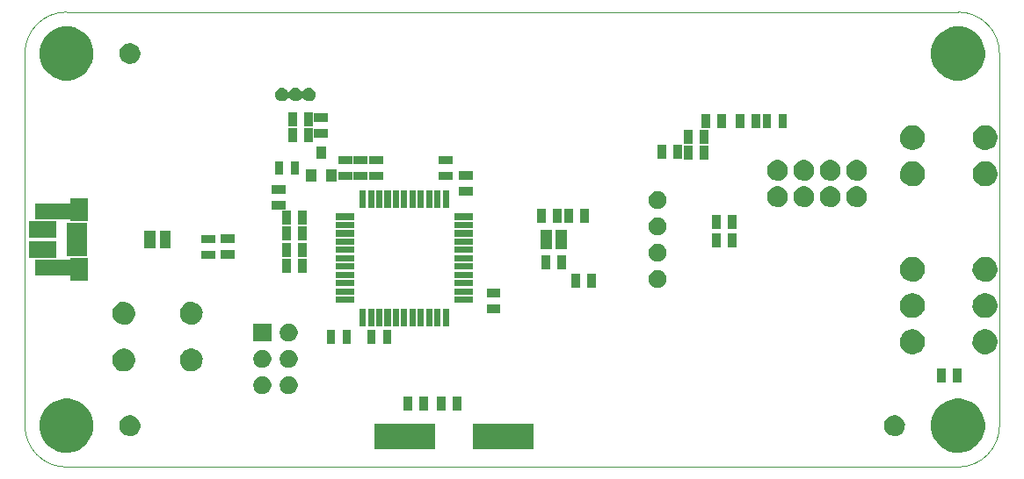
<source format=gts>
G04 #@! TF.FileFunction,Soldermask,Top*
%FSLAX46Y46*%
G04 Gerber Fmt 4.6, Leading zero omitted, Abs format (unit mm)*
G04 Created by KiCad (PCBNEW (2015-01-16 BZR 5376)-product) date 22/05/2015 17:40:37*
%MOMM*%
G01*
G04 APERTURE LIST*
%ADD10C,0.150000*%
%ADD11C,0.100000*%
G04 APERTURE END LIST*
D10*
D11*
X79767400Y39916100D02*
X-6110000Y39916100D01*
X83767900Y35915600D02*
G75*
G03X79767400Y39916100I-4000500J0D01*
G01*
X83767900Y0D02*
X83767900Y35915600D01*
X79767400Y-4000500D02*
G75*
G03X83767900Y0I0J4000500D01*
G01*
X-6110000Y-4000500D02*
X79767400Y-4000500D01*
X-10110500Y0D02*
G75*
G03X-6110000Y-4000500I4000500J0D01*
G01*
X-10110500Y35915600D02*
X-10110500Y0D01*
X-6110000Y39916100D02*
G75*
G03X-10110500Y35915600I0J-4000500D01*
G01*
D10*
G36*
X-7053962Y18105278D02*
X-9753962Y18105278D01*
X-9753962Y19730278D01*
X-7053962Y19730278D01*
X-7053962Y18105278D01*
X-7053962Y18105278D01*
G37*
G36*
X-7053962Y16180278D02*
X-9753962Y16180278D01*
X-9753962Y17805278D01*
X-7053962Y17805278D01*
X-7053962Y16180278D01*
X-7053962Y16180278D01*
G37*
G36*
X-4103962Y16355278D02*
X-6053962Y16355278D01*
X-6053962Y16955278D01*
X-6053962Y17005278D01*
X-6053962Y17605278D01*
X-6053962Y17655278D01*
X-6053962Y18255278D01*
X-6053962Y18305278D01*
X-6053962Y18905278D01*
X-6053962Y18955278D01*
X-6053962Y19555278D01*
X-4103962Y19555278D01*
X-4103962Y18955278D01*
X-4103962Y18905278D01*
X-4103962Y18305278D01*
X-4103962Y18255278D01*
X-4103962Y17655278D01*
X-4103962Y17605278D01*
X-4103962Y17005278D01*
X-4103962Y16955278D01*
X-4103962Y16355278D01*
X-4103962Y16355278D01*
G37*
G36*
X-4043962Y19755278D02*
X-5703962Y19755278D01*
X-5703962Y19880278D01*
X-5707903Y19899735D01*
X-5719106Y19916125D01*
X-5735803Y19926864D01*
X-5753962Y19930278D01*
X-9103962Y19930278D01*
X-9103962Y21430278D01*
X-5753962Y21430278D01*
X-5734505Y21434219D01*
X-5718115Y21445422D01*
X-5707376Y21462119D01*
X-5703962Y21480278D01*
X-5703962Y21955278D01*
X-4043962Y21955278D01*
X-4043962Y19755278D01*
X-4043962Y19755278D01*
G37*
G36*
X-4043962Y13955278D02*
X-5703962Y13955278D01*
X-5703962Y14430278D01*
X-5707903Y14449735D01*
X-5719106Y14466125D01*
X-5735803Y14476864D01*
X-5753962Y14480278D01*
X-9103962Y14480278D01*
X-9103962Y15980278D01*
X-5753962Y15980278D01*
X-5734505Y15984219D01*
X-5718115Y15995422D01*
X-5707376Y16012119D01*
X-5703962Y16030278D01*
X-5703962Y16155278D01*
X-4043962Y16155278D01*
X-4043962Y13955278D01*
X-4043962Y13955278D01*
G37*
G36*
X-3509889Y36170543D02*
X-3518021Y35588157D01*
X-3518097Y35587824D01*
X-3518097Y35587811D01*
X-3630982Y35090943D01*
X-3838373Y34625137D01*
X-4132287Y34208486D01*
X-4501537Y33856855D01*
X-4932044Y33583647D01*
X-5407425Y33399258D01*
X-5909563Y33310718D01*
X-6419338Y33321396D01*
X-6917336Y33430888D01*
X-7384573Y33635019D01*
X-7803266Y33926018D01*
X-8157465Y34292802D01*
X-8433672Y34721392D01*
X-8621375Y35195473D01*
X-8713420Y35696988D01*
X-8706300Y36206823D01*
X-8600290Y36705564D01*
X-8399423Y37174221D01*
X-8111354Y37594935D01*
X-7747052Y37951686D01*
X-7320399Y38230880D01*
X-6847640Y38421887D01*
X-6346788Y38517430D01*
X-5836911Y38513870D01*
X-5337437Y38411342D01*
X-4867394Y38213755D01*
X-4444678Y37928630D01*
X-4085393Y37566827D01*
X-3803226Y37142132D01*
X-3608925Y36670721D01*
X-3509955Y36170887D01*
X-3509956Y36170878D01*
X-3509889Y36170543D01*
X-3509889Y36170543D01*
G37*
G36*
X-3509889Y254943D02*
X-3518021Y-327443D01*
X-3518097Y-327776D01*
X-3518097Y-327789D01*
X-3630982Y-824657D01*
X-3838373Y-1290463D01*
X-4132287Y-1707114D01*
X-4501537Y-2058745D01*
X-4932044Y-2331953D01*
X-5407425Y-2516342D01*
X-5909563Y-2604882D01*
X-6419338Y-2594204D01*
X-6917336Y-2484712D01*
X-7384573Y-2280581D01*
X-7803266Y-1989582D01*
X-8157465Y-1622798D01*
X-8433672Y-1194208D01*
X-8621375Y-720127D01*
X-8713420Y-218612D01*
X-8706300Y291223D01*
X-8600290Y789964D01*
X-8399423Y1258621D01*
X-8111354Y1679335D01*
X-7747052Y2036086D01*
X-7320399Y2315280D01*
X-6847640Y2506287D01*
X-6346788Y2601830D01*
X-5836911Y2598270D01*
X-5337437Y2495742D01*
X-4867394Y2298155D01*
X-4444678Y2013030D01*
X-4085393Y1651227D01*
X-3803226Y1226532D01*
X-3608925Y755121D01*
X-3509955Y255287D01*
X-3509956Y255278D01*
X-3509889Y254943D01*
X-3509889Y254943D01*
G37*
G36*
X506773Y10956859D02*
X503332Y10710464D01*
X503256Y10710131D01*
X503256Y10710118D01*
X455543Y10500105D01*
X367800Y10303033D01*
X243452Y10126758D01*
X87228Y9977988D01*
X-94907Y9862402D01*
X-296031Y9784390D01*
X-508472Y9746932D01*
X-724146Y9751449D01*
X-934840Y9797773D01*
X-1132518Y9884137D01*
X-1309656Y10007251D01*
X-1459511Y10162431D01*
X-1576367Y10343754D01*
X-1655779Y10544327D01*
X-1694722Y10756510D01*
X-1691709Y10972209D01*
X-1646860Y11183212D01*
X-1561876Y11381492D01*
X-1440001Y11559486D01*
X-1285873Y11710421D01*
X-1105366Y11828541D01*
X-905353Y11909352D01*
X-693456Y11949773D01*
X-477737Y11948267D01*
X-266419Y11904889D01*
X-67557Y11821295D01*
X111285Y11700665D01*
X263294Y11547591D01*
X382668Y11367917D01*
X464874Y11168474D01*
X506707Y10957202D01*
X506706Y10957193D01*
X506773Y10956859D01*
X506773Y10956859D01*
G37*
G36*
X506773Y6456859D02*
X503332Y6210464D01*
X503256Y6210131D01*
X503256Y6210118D01*
X455543Y6000105D01*
X367800Y5803033D01*
X243452Y5626758D01*
X87228Y5477988D01*
X-94907Y5362402D01*
X-296031Y5284390D01*
X-508472Y5246932D01*
X-724146Y5251449D01*
X-934840Y5297773D01*
X-1132518Y5384137D01*
X-1309656Y5507251D01*
X-1459511Y5662431D01*
X-1576367Y5843754D01*
X-1655779Y6044327D01*
X-1694722Y6256510D01*
X-1691709Y6472209D01*
X-1646860Y6683212D01*
X-1561876Y6881492D01*
X-1440001Y7059486D01*
X-1285873Y7210421D01*
X-1105366Y7328541D01*
X-905353Y7409352D01*
X-693456Y7449773D01*
X-477737Y7448267D01*
X-266419Y7404889D01*
X-67557Y7321295D01*
X111285Y7200665D01*
X263294Y7047591D01*
X382668Y6867917D01*
X464874Y6668474D01*
X506707Y6457202D01*
X506706Y6457193D01*
X506773Y6456859D01*
X506773Y6456859D01*
G37*
G36*
X1000043Y36013655D02*
X996916Y35789660D01*
X996839Y35789322D01*
X996839Y35789314D01*
X953471Y35598425D01*
X873705Y35419267D01*
X760661Y35259017D01*
X618639Y35123772D01*
X453061Y35018694D01*
X270221Y34947773D01*
X77093Y34913721D01*
X-118975Y34917827D01*
X-310515Y34959940D01*
X-490221Y35038453D01*
X-651258Y35150375D01*
X-787489Y35291447D01*
X-893721Y35456287D01*
X-965915Y35638626D01*
X-1001318Y35831520D01*
X-998579Y36027610D01*
X-957806Y36219432D01*
X-880549Y36399686D01*
X-769753Y36561499D01*
X-629636Y36698713D01*
X-465539Y36806095D01*
X-283708Y36879559D01*
X-91075Y36916306D01*
X105034Y36914936D01*
X297141Y36875502D01*
X477925Y36799507D01*
X640509Y36689844D01*
X778697Y36550687D01*
X887223Y36387344D01*
X961954Y36206033D01*
X999978Y36013999D01*
X999977Y36013985D01*
X1000043Y36013655D01*
X1000043Y36013655D01*
G37*
G36*
X1000043Y98055D02*
X996916Y-125940D01*
X996839Y-126278D01*
X996839Y-126286D01*
X953471Y-317175D01*
X873705Y-496333D01*
X760661Y-656583D01*
X618639Y-791828D01*
X453061Y-896906D01*
X270221Y-967827D01*
X77093Y-1001879D01*
X-118975Y-997773D01*
X-310515Y-955660D01*
X-490221Y-877147D01*
X-651258Y-765225D01*
X-787489Y-624153D01*
X-893721Y-459313D01*
X-965915Y-276974D01*
X-1001318Y-84080D01*
X-998579Y112010D01*
X-957806Y303832D01*
X-880549Y484086D01*
X-769753Y645899D01*
X-629636Y783113D01*
X-465539Y890495D01*
X-283708Y963959D01*
X-91075Y1000706D01*
X105034Y999336D01*
X297141Y959902D01*
X477925Y883907D01*
X640509Y774244D01*
X778697Y635087D01*
X887223Y471744D01*
X961954Y290433D01*
X999978Y98399D01*
X999977Y98385D01*
X1000043Y98055D01*
X1000043Y98055D01*
G37*
G36*
X2456726Y17107628D02*
X1406726Y17107628D01*
X1406726Y17957628D01*
X1406726Y18807628D01*
X2456726Y18807628D01*
X2456726Y17957628D01*
X2456726Y17107628D01*
X2456726Y17107628D01*
G37*
G36*
X3906726Y17107628D02*
X2856726Y17107628D01*
X2856726Y17957628D01*
X2856726Y18807628D01*
X3906726Y18807628D01*
X3906726Y17957628D01*
X3906726Y17107628D01*
X3906726Y17107628D01*
G37*
G36*
X7006773Y10956859D02*
X7003332Y10710464D01*
X7003256Y10710131D01*
X7003256Y10710118D01*
X6955543Y10500105D01*
X6867800Y10303033D01*
X6743452Y10126758D01*
X6587228Y9977988D01*
X6405093Y9862402D01*
X6203969Y9784390D01*
X5991528Y9746932D01*
X5775854Y9751449D01*
X5565160Y9797773D01*
X5367482Y9884137D01*
X5190344Y10007251D01*
X5040489Y10162431D01*
X4923633Y10343754D01*
X4844221Y10544327D01*
X4805278Y10756510D01*
X4808291Y10972209D01*
X4853140Y11183212D01*
X4938124Y11381492D01*
X5059999Y11559486D01*
X5214127Y11710421D01*
X5394634Y11828541D01*
X5594647Y11909352D01*
X5806544Y11949773D01*
X6022263Y11948267D01*
X6233581Y11904889D01*
X6432443Y11821295D01*
X6611285Y11700665D01*
X6763294Y11547591D01*
X6882668Y11367917D01*
X6964874Y11168474D01*
X7006707Y10957202D01*
X7006706Y10957193D01*
X7006773Y10956859D01*
X7006773Y10956859D01*
G37*
G36*
X7006773Y6456859D02*
X7003332Y6210464D01*
X7003256Y6210131D01*
X7003256Y6210118D01*
X6955543Y6000105D01*
X6867800Y5803033D01*
X6743452Y5626758D01*
X6587228Y5477988D01*
X6405093Y5362402D01*
X6203969Y5284390D01*
X5991528Y5246932D01*
X5775854Y5251449D01*
X5565160Y5297773D01*
X5367482Y5384137D01*
X5190344Y5507251D01*
X5040489Y5662431D01*
X4923633Y5843754D01*
X4844221Y6044327D01*
X4805278Y6256510D01*
X4808291Y6472209D01*
X4853140Y6683212D01*
X4938124Y6881492D01*
X5059999Y7059486D01*
X5214127Y7210421D01*
X5394634Y7328541D01*
X5594647Y7409352D01*
X5806544Y7449773D01*
X6022263Y7448267D01*
X6233581Y7404889D01*
X6432443Y7321295D01*
X6611285Y7200665D01*
X6763294Y7047591D01*
X6882668Y6867917D01*
X6964874Y6668474D01*
X7006707Y6457202D01*
X7006706Y6457193D01*
X7006773Y6456859D01*
X7006773Y6456859D01*
G37*
G36*
X8262938Y17589658D02*
X6919938Y17589658D01*
X6919938Y18424658D01*
X8262938Y18424658D01*
X8262938Y17589658D01*
X8262938Y17589658D01*
G37*
G36*
X8262938Y16065658D02*
X6919938Y16065658D01*
X6919938Y16900658D01*
X8262938Y16900658D01*
X8262938Y16065658D01*
X8262938Y16065658D01*
G37*
G36*
X10094278Y17625218D02*
X8751278Y17625218D01*
X8751278Y18460218D01*
X10094278Y18460218D01*
X10094278Y17625218D01*
X10094278Y17625218D01*
G37*
G36*
X10094278Y16101218D02*
X8751278Y16101218D01*
X8751278Y16936218D01*
X10094278Y16936218D01*
X10094278Y16101218D01*
X10094278Y16101218D01*
G37*
G36*
X13620718Y8135818D02*
X11896718Y8135818D01*
X11896718Y9859818D01*
X13620718Y9859818D01*
X13620718Y8135818D01*
X13620718Y8135818D01*
G37*
G36*
X13620755Y6542341D02*
X13618059Y6349258D01*
X13617983Y6348925D01*
X13617983Y6348913D01*
X13580609Y6184412D01*
X13511851Y6029979D01*
X13414408Y5891844D01*
X13291984Y5775262D01*
X13149257Y5684684D01*
X12991649Y5623551D01*
X12825172Y5594198D01*
X12656162Y5597737D01*
X12491054Y5634039D01*
X12336149Y5701715D01*
X12197331Y5798196D01*
X12079902Y5919798D01*
X11988330Y6061890D01*
X11926099Y6219066D01*
X11895582Y6385342D01*
X11897943Y6554371D01*
X11933089Y6719721D01*
X11999685Y6875100D01*
X12095191Y7014583D01*
X12215972Y7132861D01*
X12357423Y7225424D01*
X12514162Y7288751D01*
X12680211Y7320426D01*
X12849257Y7319246D01*
X13014854Y7285254D01*
X13170689Y7219746D01*
X13310837Y7125216D01*
X13429955Y7005263D01*
X13523506Y6864459D01*
X13587921Y6708173D01*
X13620689Y6542685D01*
X13620688Y6542676D01*
X13620755Y6542341D01*
X13620755Y6542341D01*
G37*
G36*
X13620755Y4002341D02*
X13618059Y3809258D01*
X13617983Y3808925D01*
X13617983Y3808913D01*
X13580609Y3644412D01*
X13511851Y3489979D01*
X13414408Y3351844D01*
X13291984Y3235262D01*
X13149257Y3144684D01*
X12991649Y3083551D01*
X12825172Y3054198D01*
X12656162Y3057737D01*
X12491054Y3094039D01*
X12336149Y3161715D01*
X12197331Y3258196D01*
X12079902Y3379798D01*
X11988330Y3521890D01*
X11926099Y3679066D01*
X11895582Y3845342D01*
X11897943Y4014371D01*
X11933089Y4179721D01*
X11999685Y4335100D01*
X12095191Y4474583D01*
X12215972Y4592861D01*
X12357423Y4685424D01*
X12514162Y4748751D01*
X12680211Y4780426D01*
X12849257Y4779246D01*
X13014854Y4745254D01*
X13170689Y4679746D01*
X13310837Y4585216D01*
X13429955Y4465263D01*
X13523506Y4324459D01*
X13587921Y4168173D01*
X13620689Y4002685D01*
X13620688Y4002676D01*
X13620755Y4002341D01*
X13620755Y4002341D01*
G37*
G36*
X14784218Y24186318D02*
X13949218Y24186318D01*
X13949218Y25529318D01*
X14784218Y25529318D01*
X14784218Y24186318D01*
X14784218Y24186318D01*
G37*
G36*
X15000218Y22402318D02*
X13657218Y22402318D01*
X13657218Y23237318D01*
X15000218Y23237318D01*
X15000218Y22402318D01*
X15000218Y22402318D01*
G37*
G36*
X15000218Y20878318D02*
X13657218Y20878318D01*
X13657218Y21713318D01*
X15000218Y21713318D01*
X15000218Y20878318D01*
X15000218Y20878318D01*
G37*
G36*
X15484218Y19386318D02*
X14649218Y19386318D01*
X14649218Y20729318D01*
X15484218Y20729318D01*
X15484218Y19386318D01*
X15484218Y19386318D01*
G37*
G36*
X15484218Y17886318D02*
X14649218Y17886318D01*
X14649218Y19229318D01*
X15484218Y19229318D01*
X15484218Y17886318D01*
X15484218Y17886318D01*
G37*
G36*
X15484218Y16286318D02*
X14649218Y16286318D01*
X14649218Y17629318D01*
X15484218Y17629318D01*
X15484218Y16286318D01*
X15484218Y16286318D01*
G37*
G36*
X15484218Y14786318D02*
X14649218Y14786318D01*
X14649218Y16129318D01*
X15484218Y16129318D01*
X15484218Y14786318D01*
X15484218Y14786318D01*
G37*
G36*
X16084218Y28886318D02*
X15249218Y28886318D01*
X15249218Y30229318D01*
X16084218Y30229318D01*
X16084218Y28886318D01*
X16084218Y28886318D01*
G37*
G36*
X16084218Y27386318D02*
X15249218Y27386318D01*
X15249218Y28729318D01*
X16084218Y28729318D01*
X16084218Y27386318D01*
X16084218Y27386318D01*
G37*
G36*
X16160755Y9082341D02*
X16158059Y8889258D01*
X16157983Y8888925D01*
X16157983Y8888913D01*
X16120609Y8724412D01*
X16051851Y8569979D01*
X15954408Y8431844D01*
X15831984Y8315262D01*
X15689257Y8224684D01*
X15531649Y8163551D01*
X15365172Y8134198D01*
X15196162Y8137737D01*
X15031054Y8174039D01*
X14876149Y8241715D01*
X14737331Y8338196D01*
X14619902Y8459798D01*
X14528330Y8601890D01*
X14466099Y8759066D01*
X14435582Y8925342D01*
X14437943Y9094371D01*
X14473089Y9259721D01*
X14539685Y9415100D01*
X14635191Y9554583D01*
X14755972Y9672861D01*
X14897423Y9765424D01*
X15054162Y9828751D01*
X15220211Y9860426D01*
X15389257Y9859246D01*
X15554854Y9825254D01*
X15710689Y9759746D01*
X15850837Y9665216D01*
X15969955Y9545263D01*
X16063506Y9404459D01*
X16127921Y9248173D01*
X16160689Y9082685D01*
X16160688Y9082676D01*
X16160755Y9082341D01*
X16160755Y9082341D01*
G37*
G36*
X16160755Y6542341D02*
X16158059Y6349258D01*
X16157983Y6348925D01*
X16157983Y6348913D01*
X16120609Y6184412D01*
X16051851Y6029979D01*
X15954408Y5891844D01*
X15831984Y5775262D01*
X15689257Y5684684D01*
X15531649Y5623551D01*
X15365172Y5594198D01*
X15196162Y5597737D01*
X15031054Y5634039D01*
X14876149Y5701715D01*
X14737331Y5798196D01*
X14619902Y5919798D01*
X14528330Y6061890D01*
X14466099Y6219066D01*
X14435582Y6385342D01*
X14437943Y6554371D01*
X14473089Y6719721D01*
X14539685Y6875100D01*
X14635191Y7014583D01*
X14755972Y7132861D01*
X14897423Y7225424D01*
X15054162Y7288751D01*
X15220211Y7320426D01*
X15389257Y7319246D01*
X15554854Y7285254D01*
X15710689Y7219746D01*
X15850837Y7125216D01*
X15969955Y7005263D01*
X16063506Y6864459D01*
X16127921Y6708173D01*
X16160689Y6542685D01*
X16160688Y6542676D01*
X16160755Y6542341D01*
X16160755Y6542341D01*
G37*
G36*
X16160755Y4002341D02*
X16158059Y3809258D01*
X16157983Y3808925D01*
X16157983Y3808913D01*
X16120609Y3644412D01*
X16051851Y3489979D01*
X15954408Y3351844D01*
X15831984Y3235262D01*
X15689257Y3144684D01*
X15531649Y3083551D01*
X15365172Y3054198D01*
X15196162Y3057737D01*
X15031054Y3094039D01*
X14876149Y3161715D01*
X14737331Y3258196D01*
X14619902Y3379798D01*
X14528330Y3521890D01*
X14466099Y3679066D01*
X14435582Y3845342D01*
X14437943Y4014371D01*
X14473089Y4179721D01*
X14539685Y4335100D01*
X14635191Y4474583D01*
X14755972Y4592861D01*
X14897423Y4685424D01*
X15054162Y4748751D01*
X15220211Y4780426D01*
X15389257Y4779246D01*
X15554854Y4745254D01*
X15710689Y4679746D01*
X15850837Y4585216D01*
X15969955Y4465263D01*
X16063506Y4324459D01*
X16127921Y4168173D01*
X16160689Y4002685D01*
X16160688Y4002676D01*
X16160755Y4002341D01*
X16160755Y4002341D01*
G37*
G36*
X16308218Y24186318D02*
X15473218Y24186318D01*
X15473218Y25529318D01*
X16308218Y25529318D01*
X16308218Y24186318D01*
X16308218Y24186318D01*
G37*
G36*
X17008218Y19386318D02*
X16173218Y19386318D01*
X16173218Y20729318D01*
X17008218Y20729318D01*
X17008218Y19386318D01*
X17008218Y19386318D01*
G37*
G36*
X17008218Y17886318D02*
X16173218Y17886318D01*
X16173218Y19229318D01*
X17008218Y19229318D01*
X17008218Y17886318D01*
X17008218Y17886318D01*
G37*
G36*
X17008218Y16286318D02*
X16173218Y16286318D01*
X16173218Y17629318D01*
X17008218Y17629318D01*
X17008218Y16286318D01*
X17008218Y16286318D01*
G37*
G36*
X17008218Y14786318D02*
X16173218Y14786318D01*
X16173218Y16129318D01*
X17008218Y16129318D01*
X17008218Y14786318D01*
X17008218Y14786318D01*
G37*
G36*
X17608218Y28886318D02*
X16773218Y28886318D01*
X16773218Y30229318D01*
X17608218Y30229318D01*
X17608218Y28886318D01*
X17608218Y28886318D01*
G37*
G36*
X17608218Y27386318D02*
X16773218Y27386318D01*
X16773218Y28729318D01*
X17608218Y28729318D01*
X17608218Y27386318D01*
X17608218Y27386318D01*
G37*
G36*
X17878746Y32021554D02*
X17876713Y31875957D01*
X17876637Y31875624D01*
X17876637Y31875612D01*
X17848474Y31751654D01*
X17796626Y31635202D01*
X17723148Y31531039D01*
X17630835Y31443131D01*
X17523204Y31374827D01*
X17404362Y31328730D01*
X17278829Y31306596D01*
X17151385Y31309265D01*
X17026882Y31336639D01*
X16910073Y31387672D01*
X16805401Y31460421D01*
X16716849Y31552119D01*
X16647799Y31659263D01*
X16625472Y31715655D01*
X16614645Y31732295D01*
X16598195Y31743411D01*
X16578717Y31747248D01*
X16559281Y31743204D01*
X16542951Y31731914D01*
X16533306Y31717586D01*
X16496626Y31635202D01*
X16423148Y31531039D01*
X16330835Y31443131D01*
X16223204Y31374827D01*
X16104362Y31328730D01*
X15978829Y31306596D01*
X15851385Y31309265D01*
X15726882Y31336639D01*
X15610073Y31387672D01*
X15505401Y31460421D01*
X15416849Y31552119D01*
X15347799Y31659263D01*
X15325472Y31715655D01*
X15314645Y31732295D01*
X15298195Y31743411D01*
X15278717Y31747248D01*
X15259281Y31743204D01*
X15242951Y31731914D01*
X15233306Y31717586D01*
X15196626Y31635202D01*
X15123148Y31531039D01*
X15030835Y31443131D01*
X14923204Y31374827D01*
X14804362Y31328730D01*
X14678829Y31306596D01*
X14551385Y31309265D01*
X14426882Y31336639D01*
X14310073Y31387672D01*
X14205401Y31460421D01*
X14116849Y31552119D01*
X14047799Y31659263D01*
X14000873Y31777784D01*
X13977861Y31903167D01*
X13979642Y32030626D01*
X14006143Y32155307D01*
X14056361Y32272474D01*
X14128378Y32377652D01*
X14219455Y32466842D01*
X14326118Y32536640D01*
X14444308Y32584392D01*
X14569518Y32608277D01*
X14696990Y32607387D01*
X14821860Y32581755D01*
X14939369Y32532358D01*
X15045049Y32461077D01*
X15134872Y32370624D01*
X15205414Y32264451D01*
X15232400Y32198977D01*
X15243458Y32182490D01*
X15260061Y32171606D01*
X15279591Y32168040D01*
X15298969Y32172356D01*
X15315140Y32183872D01*
X15324584Y32198334D01*
X15356361Y32272474D01*
X15428378Y32377652D01*
X15519455Y32466842D01*
X15626118Y32536640D01*
X15744308Y32584392D01*
X15869518Y32608277D01*
X15996990Y32607387D01*
X16121860Y32581755D01*
X16239369Y32532358D01*
X16345049Y32461077D01*
X16434872Y32370624D01*
X16505414Y32264451D01*
X16532400Y32198977D01*
X16543458Y32182490D01*
X16560061Y32171606D01*
X16579591Y32168040D01*
X16598969Y32172356D01*
X16615140Y32183872D01*
X16624584Y32198334D01*
X16656361Y32272474D01*
X16728378Y32377652D01*
X16819455Y32466842D01*
X16926118Y32536640D01*
X17044308Y32584392D01*
X17169518Y32608277D01*
X17296990Y32607387D01*
X17421860Y32581755D01*
X17539369Y32532358D01*
X17645049Y32461077D01*
X17734872Y32370624D01*
X17805415Y32264449D01*
X17853987Y32146602D01*
X17878680Y32021898D01*
X17878679Y32021889D01*
X17878746Y32021554D01*
X17878746Y32021554D01*
G37*
G36*
X17976268Y23557618D02*
X16976168Y23557618D01*
X16976168Y24758378D01*
X17976268Y24758378D01*
X17976268Y23557618D01*
X17976268Y23557618D01*
G37*
G36*
X18928768Y25757258D02*
X17928668Y25757258D01*
X17928668Y26958018D01*
X18928768Y26958018D01*
X18928768Y25757258D01*
X18928768Y25757258D01*
G37*
G36*
X19100218Y29302318D02*
X17757218Y29302318D01*
X17757218Y30137318D01*
X19100218Y30137318D01*
X19100218Y29302318D01*
X19100218Y29302318D01*
G37*
G36*
X19100218Y27778318D02*
X17757218Y27778318D01*
X17757218Y28613318D01*
X19100218Y28613318D01*
X19100218Y27778318D01*
X19100218Y27778318D01*
G37*
G36*
X19784218Y7886318D02*
X18949218Y7886318D01*
X18949218Y9229318D01*
X19784218Y9229318D01*
X19784218Y7886318D01*
X19784218Y7886318D01*
G37*
G36*
X19881268Y23557618D02*
X18881168Y23557618D01*
X18881168Y24758378D01*
X19881268Y24758378D01*
X19881268Y23557618D01*
X19881268Y23557618D01*
G37*
G36*
X21308218Y7886318D02*
X20473218Y7886318D01*
X20473218Y9229318D01*
X21308218Y9229318D01*
X21308218Y7886318D01*
X21308218Y7886318D01*
G37*
G36*
X21400218Y25202318D02*
X20057218Y25202318D01*
X20057218Y26037318D01*
X21400218Y26037318D01*
X21400218Y25202318D01*
X21400218Y25202318D01*
G37*
G36*
X21400218Y23678318D02*
X20057218Y23678318D01*
X20057218Y24513318D01*
X21400218Y24513318D01*
X21400218Y23678318D01*
X21400218Y23678318D01*
G37*
G36*
X21575718Y19855118D02*
X19851718Y19855118D01*
X19851718Y20461518D01*
X21575718Y20461518D01*
X21575718Y19855118D01*
X21575718Y19855118D01*
G37*
G36*
X21575718Y19055018D02*
X19851718Y19055018D01*
X19851718Y19661418D01*
X21575718Y19661418D01*
X21575718Y19055018D01*
X21575718Y19055018D01*
G37*
G36*
X21575718Y18254918D02*
X19851718Y18254918D01*
X19851718Y18861318D01*
X21575718Y18861318D01*
X21575718Y18254918D01*
X21575718Y18254918D01*
G37*
G36*
X21575718Y17454818D02*
X19851718Y17454818D01*
X19851718Y18061218D01*
X21575718Y18061218D01*
X21575718Y17454818D01*
X21575718Y17454818D01*
G37*
G36*
X21575718Y16654718D02*
X19851718Y16654718D01*
X19851718Y17261118D01*
X21575718Y17261118D01*
X21575718Y16654718D01*
X21575718Y16654718D01*
G37*
G36*
X21575718Y15854618D02*
X19851718Y15854618D01*
X19851718Y16461018D01*
X21575718Y16461018D01*
X21575718Y15854618D01*
X21575718Y15854618D01*
G37*
G36*
X21575718Y15054518D02*
X19851718Y15054518D01*
X19851718Y15660918D01*
X21575718Y15660918D01*
X21575718Y15054518D01*
X21575718Y15054518D01*
G37*
G36*
X21575718Y14254418D02*
X19851718Y14254418D01*
X19851718Y14860818D01*
X21575718Y14860818D01*
X21575718Y14254418D01*
X21575718Y14254418D01*
G37*
G36*
X21575718Y13454318D02*
X19851718Y13454318D01*
X19851718Y14060718D01*
X21575718Y14060718D01*
X21575718Y13454318D01*
X21575718Y13454318D01*
G37*
G36*
X21575718Y12654218D02*
X19851718Y12654218D01*
X19851718Y13260618D01*
X21575718Y13260618D01*
X21575718Y12654218D01*
X21575718Y12654218D01*
G37*
G36*
X21575718Y11854118D02*
X19851718Y11854118D01*
X19851718Y12460518D01*
X21575718Y12460518D01*
X21575718Y11854118D01*
X21575718Y11854118D01*
G37*
G36*
X22731418Y21010818D02*
X22125018Y21010818D01*
X22125018Y22734818D01*
X22731418Y22734818D01*
X22731418Y21010818D01*
X22731418Y21010818D01*
G37*
G36*
X22731418Y9580818D02*
X22125018Y9580818D01*
X22125018Y11304818D01*
X22731418Y11304818D01*
X22731418Y9580818D01*
X22731418Y9580818D01*
G37*
G36*
X22900218Y25202318D02*
X21557218Y25202318D01*
X21557218Y26037318D01*
X22900218Y26037318D01*
X22900218Y25202318D01*
X22900218Y25202318D01*
G37*
G36*
X22900218Y23678318D02*
X21557218Y23678318D01*
X21557218Y24513318D01*
X22900218Y24513318D01*
X22900218Y23678318D01*
X22900218Y23678318D01*
G37*
G36*
X23531518Y21010818D02*
X22925118Y21010818D01*
X22925118Y22734818D01*
X23531518Y22734818D01*
X23531518Y21010818D01*
X23531518Y21010818D01*
G37*
G36*
X23531518Y9580818D02*
X22925118Y9580818D01*
X22925118Y11304818D01*
X23531518Y11304818D01*
X23531518Y9580818D01*
X23531518Y9580818D01*
G37*
G36*
X23684218Y7886318D02*
X22849218Y7886318D01*
X22849218Y9229318D01*
X23684218Y9229318D01*
X23684218Y7886318D01*
X23684218Y7886318D01*
G37*
G36*
X24331618Y21010818D02*
X23725218Y21010818D01*
X23725218Y22734818D01*
X24331618Y22734818D01*
X24331618Y21010818D01*
X24331618Y21010818D01*
G37*
G36*
X24331618Y9580818D02*
X23725218Y9580818D01*
X23725218Y11304818D01*
X24331618Y11304818D01*
X24331618Y9580818D01*
X24331618Y9580818D01*
G37*
G36*
X24400218Y25202318D02*
X23057218Y25202318D01*
X23057218Y26037318D01*
X24400218Y26037318D01*
X24400218Y25202318D01*
X24400218Y25202318D01*
G37*
G36*
X24400218Y23678318D02*
X23057218Y23678318D01*
X23057218Y24513318D01*
X24400218Y24513318D01*
X24400218Y23678318D01*
X24400218Y23678318D01*
G37*
G36*
X25131718Y21010818D02*
X24525318Y21010818D01*
X24525318Y22734818D01*
X25131718Y22734818D01*
X25131718Y21010818D01*
X25131718Y21010818D01*
G37*
G36*
X25131718Y9580818D02*
X24525318Y9580818D01*
X24525318Y11304818D01*
X25131718Y11304818D01*
X25131718Y9580818D01*
X25131718Y9580818D01*
G37*
G36*
X25208218Y7886318D02*
X24373218Y7886318D01*
X24373218Y9229318D01*
X25208218Y9229318D01*
X25208218Y7886318D01*
X25208218Y7886318D01*
G37*
G36*
X25931818Y21010818D02*
X25325418Y21010818D01*
X25325418Y22734818D01*
X25931818Y22734818D01*
X25931818Y21010818D01*
X25931818Y21010818D01*
G37*
G36*
X25931818Y9580818D02*
X25325418Y9580818D01*
X25325418Y11304818D01*
X25931818Y11304818D01*
X25931818Y9580818D01*
X25931818Y9580818D01*
G37*
G36*
X26731918Y21010818D02*
X26125518Y21010818D01*
X26125518Y22734818D01*
X26731918Y22734818D01*
X26731918Y21010818D01*
X26731918Y21010818D01*
G37*
G36*
X26731918Y9580818D02*
X26125518Y9580818D01*
X26125518Y11304818D01*
X26731918Y11304818D01*
X26731918Y9580818D01*
X26731918Y9580818D01*
G37*
G36*
X27184218Y1486318D02*
X26349218Y1486318D01*
X26349218Y2829318D01*
X27184218Y2829318D01*
X27184218Y1486318D01*
X27184218Y1486318D01*
G37*
G36*
X27532018Y21010818D02*
X26925618Y21010818D01*
X26925618Y22734818D01*
X27532018Y22734818D01*
X27532018Y21010818D01*
X27532018Y21010818D01*
G37*
G36*
X27532018Y9580818D02*
X26925618Y9580818D01*
X26925618Y11304818D01*
X27532018Y11304818D01*
X27532018Y9580818D01*
X27532018Y9580818D01*
G37*
G36*
X28332118Y21010818D02*
X27725718Y21010818D01*
X27725718Y22734818D01*
X28332118Y22734818D01*
X28332118Y21010818D01*
X28332118Y21010818D01*
G37*
G36*
X28332118Y9580818D02*
X27725718Y9580818D01*
X27725718Y11304818D01*
X28332118Y11304818D01*
X28332118Y9580818D01*
X28332118Y9580818D01*
G37*
G36*
X28708218Y1486318D02*
X27873218Y1486318D01*
X27873218Y2829318D01*
X28708218Y2829318D01*
X28708218Y1486318D01*
X28708218Y1486318D01*
G37*
G36*
X29132218Y21010818D02*
X28525818Y21010818D01*
X28525818Y22734818D01*
X29132218Y22734818D01*
X29132218Y21010818D01*
X29132218Y21010818D01*
G37*
G36*
X29132218Y9580818D02*
X28525818Y9580818D01*
X28525818Y11304818D01*
X29132218Y11304818D01*
X29132218Y9580818D01*
X29132218Y9580818D01*
G37*
G36*
X29378718Y-2242182D02*
X23578718Y-2242182D01*
X23578718Y157818D01*
X29378718Y157818D01*
X29378718Y-2242182D01*
X29378718Y-2242182D01*
G37*
G36*
X29932318Y21010818D02*
X29325918Y21010818D01*
X29325918Y22734818D01*
X29932318Y22734818D01*
X29932318Y21010818D01*
X29932318Y21010818D01*
G37*
G36*
X29932318Y9580818D02*
X29325918Y9580818D01*
X29325918Y11304818D01*
X29932318Y11304818D01*
X29932318Y9580818D01*
X29932318Y9580818D01*
G37*
G36*
X30384218Y1486318D02*
X29549218Y1486318D01*
X29549218Y2829318D01*
X30384218Y2829318D01*
X30384218Y1486318D01*
X30384218Y1486318D01*
G37*
G36*
X30732418Y21010818D02*
X30126018Y21010818D01*
X30126018Y22734818D01*
X30732418Y22734818D01*
X30732418Y21010818D01*
X30732418Y21010818D01*
G37*
G36*
X30732418Y9580818D02*
X30126018Y9580818D01*
X30126018Y11304818D01*
X30732418Y11304818D01*
X30732418Y9580818D01*
X30732418Y9580818D01*
G37*
G36*
X31100218Y25202318D02*
X29757218Y25202318D01*
X29757218Y26037318D01*
X31100218Y26037318D01*
X31100218Y25202318D01*
X31100218Y25202318D01*
G37*
G36*
X31100218Y23678318D02*
X29757218Y23678318D01*
X29757218Y24513318D01*
X31100218Y24513318D01*
X31100218Y23678318D01*
X31100218Y23678318D01*
G37*
G36*
X31908218Y1486318D02*
X31073218Y1486318D01*
X31073218Y2829318D01*
X31908218Y2829318D01*
X31908218Y1486318D01*
X31908218Y1486318D01*
G37*
G36*
X33000218Y23702318D02*
X31657218Y23702318D01*
X31657218Y24537318D01*
X33000218Y24537318D01*
X33000218Y23702318D01*
X33000218Y23702318D01*
G37*
G36*
X33000218Y22178318D02*
X31657218Y22178318D01*
X31657218Y23013318D01*
X33000218Y23013318D01*
X33000218Y22178318D01*
X33000218Y22178318D01*
G37*
G36*
X33005718Y19855118D02*
X31281718Y19855118D01*
X31281718Y20461518D01*
X33005718Y20461518D01*
X33005718Y19855118D01*
X33005718Y19855118D01*
G37*
G36*
X33005718Y19055018D02*
X31281718Y19055018D01*
X31281718Y19661418D01*
X33005718Y19661418D01*
X33005718Y19055018D01*
X33005718Y19055018D01*
G37*
G36*
X33005718Y18254918D02*
X31281718Y18254918D01*
X31281718Y18861318D01*
X33005718Y18861318D01*
X33005718Y18254918D01*
X33005718Y18254918D01*
G37*
G36*
X33005718Y17454818D02*
X31281718Y17454818D01*
X31281718Y18061218D01*
X33005718Y18061218D01*
X33005718Y17454818D01*
X33005718Y17454818D01*
G37*
G36*
X33005718Y16654718D02*
X31281718Y16654718D01*
X31281718Y17261118D01*
X33005718Y17261118D01*
X33005718Y16654718D01*
X33005718Y16654718D01*
G37*
G36*
X33005718Y15854618D02*
X31281718Y15854618D01*
X31281718Y16461018D01*
X33005718Y16461018D01*
X33005718Y15854618D01*
X33005718Y15854618D01*
G37*
G36*
X33005718Y15054518D02*
X31281718Y15054518D01*
X31281718Y15660918D01*
X33005718Y15660918D01*
X33005718Y15054518D01*
X33005718Y15054518D01*
G37*
G36*
X33005718Y14254418D02*
X31281718Y14254418D01*
X31281718Y14860818D01*
X33005718Y14860818D01*
X33005718Y14254418D01*
X33005718Y14254418D01*
G37*
G36*
X33005718Y13454318D02*
X31281718Y13454318D01*
X31281718Y14060718D01*
X33005718Y14060718D01*
X33005718Y13454318D01*
X33005718Y13454318D01*
G37*
G36*
X33005718Y12654218D02*
X31281718Y12654218D01*
X31281718Y13260618D01*
X33005718Y13260618D01*
X33005718Y12654218D01*
X33005718Y12654218D01*
G37*
G36*
X33005718Y11854118D02*
X31281718Y11854118D01*
X31281718Y12460518D01*
X33005718Y12460518D01*
X33005718Y11854118D01*
X33005718Y11854118D01*
G37*
G36*
X35700218Y12402318D02*
X34357218Y12402318D01*
X34357218Y13237318D01*
X35700218Y13237318D01*
X35700218Y12402318D01*
X35700218Y12402318D01*
G37*
G36*
X35700218Y10878318D02*
X34357218Y10878318D01*
X34357218Y11713318D01*
X35700218Y11713318D01*
X35700218Y10878318D01*
X35700218Y10878318D01*
G37*
G36*
X38878718Y-2242182D02*
X33078718Y-2242182D01*
X33078718Y157818D01*
X38878718Y157818D01*
X38878718Y-2242182D01*
X38878718Y-2242182D01*
G37*
G36*
X40084218Y19586318D02*
X39249218Y19586318D01*
X39249218Y20929318D01*
X40084218Y20929318D01*
X40084218Y19586318D01*
X40084218Y19586318D01*
G37*
G36*
X40484218Y15086318D02*
X39649218Y15086318D01*
X39649218Y16429318D01*
X40484218Y16429318D01*
X40484218Y15086318D01*
X40484218Y15086318D01*
G37*
G36*
X40678718Y17007818D02*
X39578718Y17007818D01*
X39578718Y17607818D01*
X39578718Y17657818D01*
X39578718Y18257818D01*
X39578718Y18307818D01*
X39578718Y18907818D01*
X40678718Y18907818D01*
X40678718Y18307818D01*
X40678718Y18257818D01*
X40678718Y17657818D01*
X40678718Y17607818D01*
X40678718Y17007818D01*
X40678718Y17007818D01*
G37*
G36*
X41608218Y19586318D02*
X40773218Y19586318D01*
X40773218Y20929318D01*
X41608218Y20929318D01*
X41608218Y19586318D01*
X41608218Y19586318D01*
G37*
G36*
X42008218Y15086318D02*
X41173218Y15086318D01*
X41173218Y16429318D01*
X42008218Y16429318D01*
X42008218Y15086318D01*
X42008218Y15086318D01*
G37*
G36*
X42078718Y17007818D02*
X40978718Y17007818D01*
X40978718Y17607818D01*
X40978718Y17657818D01*
X40978718Y18257818D01*
X40978718Y18307818D01*
X40978718Y18907818D01*
X42078718Y18907818D01*
X42078718Y18307818D01*
X42078718Y18257818D01*
X42078718Y17657818D01*
X42078718Y17607818D01*
X42078718Y17007818D01*
X42078718Y17007818D01*
G37*
G36*
X42684218Y19586318D02*
X41849218Y19586318D01*
X41849218Y20929318D01*
X42684218Y20929318D01*
X42684218Y19586318D01*
X42684218Y19586318D01*
G37*
G36*
X43384218Y13286318D02*
X42549218Y13286318D01*
X42549218Y14629318D01*
X43384218Y14629318D01*
X43384218Y13286318D01*
X43384218Y13286318D01*
G37*
G36*
X44208218Y19586318D02*
X43373218Y19586318D01*
X43373218Y20929318D01*
X44208218Y20929318D01*
X44208218Y19586318D01*
X44208218Y19586318D01*
G37*
G36*
X44908218Y13286318D02*
X44073218Y13286318D01*
X44073218Y14629318D01*
X44908218Y14629318D01*
X44908218Y13286318D01*
X44908218Y13286318D01*
G37*
G36*
X51634218Y25736318D02*
X50799218Y25736318D01*
X50799218Y27079318D01*
X51634218Y27079318D01*
X51634218Y25736318D01*
X51634218Y25736318D01*
G37*
G36*
X51678755Y21851165D02*
X51676096Y21660769D01*
X51676020Y21660436D01*
X51676020Y21660423D01*
X51639169Y21498219D01*
X51571367Y21345935D01*
X51475280Y21209723D01*
X51354561Y21094764D01*
X51213820Y21005448D01*
X51058406Y20945165D01*
X50894247Y20916220D01*
X50727590Y20919711D01*
X50564780Y20955507D01*
X50412033Y21022241D01*
X50275147Y21117379D01*
X50159352Y21237288D01*
X50069055Y21377401D01*
X50007690Y21532390D01*
X49977598Y21696351D01*
X49979926Y21863027D01*
X50014582Y22026074D01*
X50080252Y22179291D01*
X50174428Y22316832D01*
X50293528Y22433464D01*
X50433010Y22524739D01*
X50587566Y22587183D01*
X50751304Y22618418D01*
X50917997Y22617254D01*
X51081288Y22583735D01*
X51234954Y22519140D01*
X51373151Y22425926D01*
X51490611Y22307642D01*
X51582858Y22168800D01*
X51646379Y22014686D01*
X51678689Y21851509D01*
X51678688Y21851500D01*
X51678755Y21851165D01*
X51678755Y21851165D01*
G37*
G36*
X51678755Y19311165D02*
X51676096Y19120769D01*
X51676020Y19120436D01*
X51676020Y19120423D01*
X51639169Y18958219D01*
X51571367Y18805935D01*
X51475280Y18669723D01*
X51354561Y18554764D01*
X51213820Y18465448D01*
X51058406Y18405165D01*
X50894247Y18376220D01*
X50727590Y18379711D01*
X50564780Y18415507D01*
X50412033Y18482241D01*
X50275147Y18577379D01*
X50159352Y18697288D01*
X50069055Y18837401D01*
X50007690Y18992390D01*
X49977598Y19156351D01*
X49979926Y19323027D01*
X50014582Y19486074D01*
X50080252Y19639291D01*
X50174428Y19776832D01*
X50293528Y19893464D01*
X50433010Y19984739D01*
X50587566Y20047183D01*
X50751304Y20078418D01*
X50917997Y20077254D01*
X51081288Y20043735D01*
X51234954Y19979140D01*
X51373151Y19885926D01*
X51490611Y19767642D01*
X51582858Y19628800D01*
X51646379Y19474686D01*
X51678689Y19311509D01*
X51678688Y19311500D01*
X51678755Y19311165D01*
X51678755Y19311165D01*
G37*
G36*
X51678755Y16771165D02*
X51676096Y16580769D01*
X51676020Y16580436D01*
X51676020Y16580423D01*
X51639169Y16418219D01*
X51571367Y16265935D01*
X51475280Y16129723D01*
X51354561Y16014764D01*
X51213820Y15925448D01*
X51058406Y15865165D01*
X50894247Y15836220D01*
X50727590Y15839711D01*
X50564780Y15875507D01*
X50412033Y15942241D01*
X50275147Y16037379D01*
X50159352Y16157288D01*
X50069055Y16297401D01*
X50007690Y16452390D01*
X49977598Y16616351D01*
X49979926Y16783027D01*
X50014582Y16946074D01*
X50080252Y17099291D01*
X50174428Y17236832D01*
X50293528Y17353464D01*
X50433010Y17444739D01*
X50587566Y17507183D01*
X50751304Y17538418D01*
X50917997Y17537254D01*
X51081288Y17503735D01*
X51234954Y17439140D01*
X51373151Y17345926D01*
X51490611Y17227642D01*
X51582858Y17088800D01*
X51646379Y16934686D01*
X51678689Y16771509D01*
X51678688Y16771500D01*
X51678755Y16771165D01*
X51678755Y16771165D01*
G37*
G36*
X51678755Y14231165D02*
X51676096Y14040769D01*
X51676020Y14040436D01*
X51676020Y14040423D01*
X51639169Y13878219D01*
X51571367Y13725935D01*
X51475280Y13589723D01*
X51354561Y13474764D01*
X51213820Y13385448D01*
X51058406Y13325165D01*
X50894247Y13296220D01*
X50727590Y13299711D01*
X50564780Y13335507D01*
X50412033Y13402241D01*
X50275147Y13497379D01*
X50159352Y13617288D01*
X50069055Y13757401D01*
X50007690Y13912390D01*
X49977598Y14076351D01*
X49979926Y14243027D01*
X50014582Y14406074D01*
X50080252Y14559291D01*
X50174428Y14696832D01*
X50293528Y14813464D01*
X50433010Y14904739D01*
X50587566Y14967183D01*
X50751304Y14998418D01*
X50917997Y14997254D01*
X51081288Y14963735D01*
X51234954Y14899140D01*
X51373151Y14805926D01*
X51490611Y14687642D01*
X51582858Y14548800D01*
X51646379Y14394686D01*
X51678689Y14231509D01*
X51678688Y14231500D01*
X51678755Y14231165D01*
X51678755Y14231165D01*
G37*
G36*
X53158218Y25736318D02*
X52323218Y25736318D01*
X52323218Y27079318D01*
X53158218Y27079318D01*
X53158218Y25736318D01*
X53158218Y25736318D01*
G37*
G36*
X54184218Y27186318D02*
X53349218Y27186318D01*
X53349218Y28529318D01*
X54184218Y28529318D01*
X54184218Y27186318D01*
X54184218Y27186318D01*
G37*
G36*
X54184218Y25686318D02*
X53349218Y25686318D01*
X53349218Y27029318D01*
X54184218Y27029318D01*
X54184218Y25686318D01*
X54184218Y25686318D01*
G37*
G36*
X55708218Y27186318D02*
X54873218Y27186318D01*
X54873218Y28529318D01*
X55708218Y28529318D01*
X55708218Y27186318D01*
X55708218Y27186318D01*
G37*
G36*
X55708218Y25686318D02*
X54873218Y25686318D01*
X54873218Y27029318D01*
X55708218Y27029318D01*
X55708218Y25686318D01*
X55708218Y25686318D01*
G37*
G36*
X55884218Y28686318D02*
X55049218Y28686318D01*
X55049218Y30029318D01*
X55884218Y30029318D01*
X55884218Y28686318D01*
X55884218Y28686318D01*
G37*
G36*
X56884218Y18986318D02*
X56049218Y18986318D01*
X56049218Y20329318D01*
X56884218Y20329318D01*
X56884218Y18986318D01*
X56884218Y18986318D01*
G37*
G36*
X56884218Y17186318D02*
X56049218Y17186318D01*
X56049218Y18529318D01*
X56884218Y18529318D01*
X56884218Y17186318D01*
X56884218Y17186318D01*
G37*
G36*
X57408218Y28686318D02*
X56573218Y28686318D01*
X56573218Y30029318D01*
X57408218Y30029318D01*
X57408218Y28686318D01*
X57408218Y28686318D01*
G37*
G36*
X58408218Y18986318D02*
X57573218Y18986318D01*
X57573218Y20329318D01*
X58408218Y20329318D01*
X58408218Y18986318D01*
X58408218Y18986318D01*
G37*
G36*
X58408218Y17186318D02*
X57573218Y17186318D01*
X57573218Y18529318D01*
X58408218Y18529318D01*
X58408218Y17186318D01*
X58408218Y17186318D01*
G37*
G36*
X59184218Y28686318D02*
X58349218Y28686318D01*
X58349218Y30029318D01*
X59184218Y30029318D01*
X59184218Y28686318D01*
X59184218Y28686318D01*
G37*
G36*
X60708218Y28686318D02*
X59873218Y28686318D01*
X59873218Y30029318D01*
X60708218Y30029318D01*
X60708218Y28686318D01*
X60708218Y28686318D01*
G37*
G36*
X61784218Y28686318D02*
X60949218Y28686318D01*
X60949218Y30029318D01*
X61784218Y30029318D01*
X61784218Y28686318D01*
X61784218Y28686318D01*
G37*
G36*
X63308218Y28686318D02*
X62473218Y28686318D01*
X62473218Y30029318D01*
X63308218Y30029318D01*
X63308218Y28686318D01*
X63308218Y28686318D01*
G37*
G36*
X63371661Y24732073D02*
X63368534Y24508078D01*
X63368457Y24507740D01*
X63368457Y24507732D01*
X63325089Y24316843D01*
X63245323Y24137685D01*
X63132279Y23977435D01*
X62990257Y23842190D01*
X62824679Y23737112D01*
X62641839Y23666191D01*
X62448711Y23632139D01*
X62252643Y23636245D01*
X62061103Y23678358D01*
X61881397Y23756871D01*
X61720360Y23868793D01*
X61584129Y24009865D01*
X61477897Y24174705D01*
X61405703Y24357044D01*
X61370300Y24549938D01*
X61373039Y24746028D01*
X61413812Y24937850D01*
X61491069Y25118104D01*
X61601865Y25279917D01*
X61741982Y25417131D01*
X61906079Y25524513D01*
X62087910Y25597977D01*
X62280543Y25634724D01*
X62476652Y25633354D01*
X62668759Y25593920D01*
X62849543Y25517925D01*
X63012127Y25408262D01*
X63150315Y25269105D01*
X63258841Y25105762D01*
X63333572Y24924451D01*
X63371596Y24732417D01*
X63371595Y24732403D01*
X63371661Y24732073D01*
X63371661Y24732073D01*
G37*
G36*
X63371661Y22192073D02*
X63368534Y21968078D01*
X63368457Y21967740D01*
X63368457Y21967732D01*
X63325089Y21776843D01*
X63245323Y21597685D01*
X63132279Y21437435D01*
X62990257Y21302190D01*
X62824679Y21197112D01*
X62641839Y21126191D01*
X62448711Y21092139D01*
X62252643Y21096245D01*
X62061103Y21138358D01*
X61881397Y21216871D01*
X61720360Y21328793D01*
X61584129Y21469865D01*
X61477897Y21634705D01*
X61405703Y21817044D01*
X61370300Y22009938D01*
X61373039Y22206028D01*
X61413812Y22397850D01*
X61491069Y22578104D01*
X61601865Y22739917D01*
X61741982Y22877131D01*
X61906079Y22984513D01*
X62087910Y23057977D01*
X62280543Y23094724D01*
X62476652Y23093354D01*
X62668759Y23053920D01*
X62849543Y22977925D01*
X63012127Y22868262D01*
X63150315Y22729105D01*
X63258841Y22565762D01*
X63333572Y22384451D01*
X63371596Y22192417D01*
X63371595Y22192403D01*
X63371661Y22192073D01*
X63371661Y22192073D01*
G37*
G36*
X65911661Y24732073D02*
X65908534Y24508078D01*
X65908457Y24507740D01*
X65908457Y24507732D01*
X65865089Y24316843D01*
X65785323Y24137685D01*
X65672279Y23977435D01*
X65530257Y23842190D01*
X65364679Y23737112D01*
X65181839Y23666191D01*
X64988711Y23632139D01*
X64792643Y23636245D01*
X64601103Y23678358D01*
X64421397Y23756871D01*
X64260360Y23868793D01*
X64124129Y24009865D01*
X64017897Y24174705D01*
X63945703Y24357044D01*
X63910300Y24549938D01*
X63913039Y24746028D01*
X63953812Y24937850D01*
X64031069Y25118104D01*
X64141865Y25279917D01*
X64281982Y25417131D01*
X64446079Y25524513D01*
X64627910Y25597977D01*
X64820543Y25634724D01*
X65016652Y25633354D01*
X65208759Y25593920D01*
X65389543Y25517925D01*
X65552127Y25408262D01*
X65690315Y25269105D01*
X65798841Y25105762D01*
X65873572Y24924451D01*
X65911596Y24732417D01*
X65911595Y24732403D01*
X65911661Y24732073D01*
X65911661Y24732073D01*
G37*
G36*
X65911661Y22192073D02*
X65908534Y21968078D01*
X65908457Y21967740D01*
X65908457Y21967732D01*
X65865089Y21776843D01*
X65785323Y21597685D01*
X65672279Y21437435D01*
X65530257Y21302190D01*
X65364679Y21197112D01*
X65181839Y21126191D01*
X64988711Y21092139D01*
X64792643Y21096245D01*
X64601103Y21138358D01*
X64421397Y21216871D01*
X64260360Y21328793D01*
X64124129Y21469865D01*
X64017897Y21634705D01*
X63945703Y21817044D01*
X63910300Y22009938D01*
X63913039Y22206028D01*
X63953812Y22397850D01*
X64031069Y22578104D01*
X64141865Y22739917D01*
X64281982Y22877131D01*
X64446079Y22984513D01*
X64627910Y23057977D01*
X64820543Y23094724D01*
X65016652Y23093354D01*
X65208759Y23053920D01*
X65389543Y22977925D01*
X65552127Y22868262D01*
X65690315Y22729105D01*
X65798841Y22565762D01*
X65873572Y22384451D01*
X65911596Y22192417D01*
X65911595Y22192403D01*
X65911661Y22192073D01*
X65911661Y22192073D01*
G37*
G36*
X68451661Y24732073D02*
X68448534Y24508078D01*
X68448457Y24507740D01*
X68448457Y24507732D01*
X68405089Y24316843D01*
X68325323Y24137685D01*
X68212279Y23977435D01*
X68070257Y23842190D01*
X67904679Y23737112D01*
X67721839Y23666191D01*
X67528711Y23632139D01*
X67332643Y23636245D01*
X67141103Y23678358D01*
X66961397Y23756871D01*
X66800360Y23868793D01*
X66664129Y24009865D01*
X66557897Y24174705D01*
X66485703Y24357044D01*
X66450300Y24549938D01*
X66453039Y24746028D01*
X66493812Y24937850D01*
X66571069Y25118104D01*
X66681865Y25279917D01*
X66821982Y25417131D01*
X66986079Y25524513D01*
X67167910Y25597977D01*
X67360543Y25634724D01*
X67556652Y25633354D01*
X67748759Y25593920D01*
X67929543Y25517925D01*
X68092127Y25408262D01*
X68230315Y25269105D01*
X68338841Y25105762D01*
X68413572Y24924451D01*
X68451596Y24732417D01*
X68451595Y24732403D01*
X68451661Y24732073D01*
X68451661Y24732073D01*
G37*
G36*
X68451661Y22192073D02*
X68448534Y21968078D01*
X68448457Y21967740D01*
X68448457Y21967732D01*
X68405089Y21776843D01*
X68325323Y21597685D01*
X68212279Y21437435D01*
X68070257Y21302190D01*
X67904679Y21197112D01*
X67721839Y21126191D01*
X67528711Y21092139D01*
X67332643Y21096245D01*
X67141103Y21138358D01*
X66961397Y21216871D01*
X66800360Y21328793D01*
X66664129Y21469865D01*
X66557897Y21634705D01*
X66485703Y21817044D01*
X66450300Y22009938D01*
X66453039Y22206028D01*
X66493812Y22397850D01*
X66571069Y22578104D01*
X66681865Y22739917D01*
X66821982Y22877131D01*
X66986079Y22984513D01*
X67167910Y23057977D01*
X67360543Y23094724D01*
X67556652Y23093354D01*
X67748759Y23053920D01*
X67929543Y22977925D01*
X68092127Y22868262D01*
X68230315Y22729105D01*
X68338841Y22565762D01*
X68413572Y22384451D01*
X68451596Y22192417D01*
X68451595Y22192403D01*
X68451661Y22192073D01*
X68451661Y22192073D01*
G37*
G36*
X70991661Y24732073D02*
X70988534Y24508078D01*
X70988457Y24507740D01*
X70988457Y24507732D01*
X70945089Y24316843D01*
X70865323Y24137685D01*
X70752279Y23977435D01*
X70610257Y23842190D01*
X70444679Y23737112D01*
X70261839Y23666191D01*
X70068711Y23632139D01*
X69872643Y23636245D01*
X69681103Y23678358D01*
X69501397Y23756871D01*
X69340360Y23868793D01*
X69204129Y24009865D01*
X69097897Y24174705D01*
X69025703Y24357044D01*
X68990300Y24549938D01*
X68993039Y24746028D01*
X69033812Y24937850D01*
X69111069Y25118104D01*
X69221865Y25279917D01*
X69361982Y25417131D01*
X69526079Y25524513D01*
X69707910Y25597977D01*
X69900543Y25634724D01*
X70096652Y25633354D01*
X70288759Y25593920D01*
X70469543Y25517925D01*
X70632127Y25408262D01*
X70770315Y25269105D01*
X70878841Y25105762D01*
X70953572Y24924451D01*
X70991596Y24732417D01*
X70991595Y24732403D01*
X70991661Y24732073D01*
X70991661Y24732073D01*
G37*
G36*
X70991661Y22192073D02*
X70988534Y21968078D01*
X70988457Y21967740D01*
X70988457Y21967732D01*
X70945089Y21776843D01*
X70865323Y21597685D01*
X70752279Y21437435D01*
X70610257Y21302190D01*
X70444679Y21197112D01*
X70261839Y21126191D01*
X70068711Y21092139D01*
X69872643Y21096245D01*
X69681103Y21138358D01*
X69501397Y21216871D01*
X69340360Y21328793D01*
X69204129Y21469865D01*
X69097897Y21634705D01*
X69025703Y21817044D01*
X68990300Y22009938D01*
X68993039Y22206028D01*
X69033812Y22397850D01*
X69111069Y22578104D01*
X69221865Y22739917D01*
X69361982Y22877131D01*
X69526079Y22984513D01*
X69707910Y23057977D01*
X69900543Y23094724D01*
X70096652Y23093354D01*
X70288759Y23053920D01*
X70469543Y22977925D01*
X70632127Y22868262D01*
X70770315Y22729105D01*
X70878841Y22565762D01*
X70953572Y22384451D01*
X70991596Y22192417D01*
X70991595Y22192403D01*
X70991661Y22192073D01*
X70991661Y22192073D01*
G37*
G36*
X74656443Y98055D02*
X74653316Y-125940D01*
X74653239Y-126278D01*
X74653239Y-126286D01*
X74609871Y-317175D01*
X74530105Y-496333D01*
X74417061Y-656583D01*
X74275039Y-791828D01*
X74109461Y-896906D01*
X73926621Y-967827D01*
X73733493Y-1001879D01*
X73537425Y-997773D01*
X73345885Y-955660D01*
X73166179Y-877147D01*
X73005142Y-765225D01*
X72868911Y-624153D01*
X72762679Y-459313D01*
X72690485Y-276974D01*
X72655082Y-84080D01*
X72657821Y112010D01*
X72698594Y303832D01*
X72775851Y484086D01*
X72886647Y645899D01*
X73026764Y783113D01*
X73190861Y890495D01*
X73372692Y963959D01*
X73565325Y1000706D01*
X73761434Y999336D01*
X73953541Y959902D01*
X74134325Y883907D01*
X74296909Y774244D01*
X74435097Y635087D01*
X74543623Y471744D01*
X74618354Y290433D01*
X74656378Y98399D01*
X74656377Y98385D01*
X74656443Y98055D01*
X74656443Y98055D01*
G37*
G36*
X76574169Y15208784D02*
X76570416Y14939990D01*
X76570340Y14939657D01*
X76570340Y14939644D01*
X76518282Y14710508D01*
X76422562Y14495519D01*
X76286910Y14303219D01*
X76116484Y14140926D01*
X75917791Y14014831D01*
X75698383Y13929728D01*
X75466629Y13888864D01*
X75231348Y13893792D01*
X75001501Y13944327D01*
X74785855Y14038540D01*
X74592607Y14172851D01*
X74429132Y14342135D01*
X74301653Y14539943D01*
X74215021Y14758750D01*
X74172538Y14990222D01*
X74175825Y15225529D01*
X74224752Y15455716D01*
X74317461Y15672021D01*
X74450415Y15866196D01*
X74618556Y16030852D01*
X74815472Y16159710D01*
X75033669Y16247867D01*
X75264829Y16291964D01*
X75500159Y16290320D01*
X75730687Y16242999D01*
X75947628Y16151806D01*
X76142728Y16020210D01*
X76308553Y15853222D01*
X76438786Y15657208D01*
X76528460Y15439639D01*
X76528460Y15439634D01*
X76574103Y15209128D01*
X76574102Y15209119D01*
X76574169Y15208784D01*
X76574169Y15208784D01*
G37*
G36*
X76574169Y11708784D02*
X76570416Y11439990D01*
X76570340Y11439657D01*
X76570340Y11439644D01*
X76518282Y11210508D01*
X76422562Y10995519D01*
X76286910Y10803219D01*
X76116484Y10640926D01*
X75917791Y10514831D01*
X75698383Y10429728D01*
X75466629Y10388864D01*
X75231348Y10393792D01*
X75001501Y10444327D01*
X74785855Y10538540D01*
X74592607Y10672851D01*
X74429132Y10842135D01*
X74301653Y11039943D01*
X74215021Y11258750D01*
X74172538Y11490222D01*
X74175825Y11725529D01*
X74224752Y11955716D01*
X74317461Y12172021D01*
X74450415Y12366196D01*
X74618556Y12530852D01*
X74815472Y12659710D01*
X75033669Y12747867D01*
X75264829Y12791964D01*
X75500159Y12790320D01*
X75730687Y12742999D01*
X75947628Y12651806D01*
X76142728Y12520210D01*
X76308553Y12353222D01*
X76438786Y12157208D01*
X76528460Y11939639D01*
X76528460Y11939634D01*
X76574103Y11709128D01*
X76574102Y11709119D01*
X76574169Y11708784D01*
X76574169Y11708784D01*
G37*
G36*
X76574169Y8208784D02*
X76570416Y7939990D01*
X76570340Y7939657D01*
X76570340Y7939644D01*
X76518282Y7710508D01*
X76422562Y7495519D01*
X76286910Y7303219D01*
X76116484Y7140926D01*
X75917791Y7014831D01*
X75698383Y6929728D01*
X75466629Y6888864D01*
X75231348Y6893792D01*
X75001501Y6944327D01*
X74785855Y7038540D01*
X74592607Y7172851D01*
X74429132Y7342135D01*
X74301653Y7539943D01*
X74215021Y7758750D01*
X74172538Y7990222D01*
X74175825Y8225529D01*
X74224752Y8455716D01*
X74317461Y8672021D01*
X74450415Y8866196D01*
X74618556Y9030852D01*
X74815472Y9159710D01*
X75033669Y9247867D01*
X75264829Y9291964D01*
X75500159Y9290320D01*
X75730687Y9242999D01*
X75947628Y9151806D01*
X76142728Y9020210D01*
X76308553Y8853222D01*
X76438786Y8657208D01*
X76528460Y8439639D01*
X76528460Y8439634D01*
X76574103Y8209128D01*
X76574102Y8209119D01*
X76574169Y8208784D01*
X76574169Y8208784D01*
G37*
G36*
X76583059Y27927894D02*
X76579306Y27659100D01*
X76579230Y27658767D01*
X76579230Y27658754D01*
X76527172Y27429618D01*
X76431452Y27214629D01*
X76295800Y27022329D01*
X76125374Y26860036D01*
X75926681Y26733941D01*
X75707273Y26648838D01*
X75475519Y26607974D01*
X75240238Y26612902D01*
X75010391Y26663437D01*
X74794745Y26757650D01*
X74601497Y26891961D01*
X74438022Y27061245D01*
X74310543Y27259053D01*
X74223911Y27477860D01*
X74181428Y27709332D01*
X74184715Y27944639D01*
X74233642Y28174826D01*
X74326351Y28391131D01*
X74459305Y28585306D01*
X74627446Y28749962D01*
X74824362Y28878820D01*
X75042559Y28966977D01*
X75273719Y29011074D01*
X75509049Y29009430D01*
X75739577Y28962109D01*
X75956518Y28870916D01*
X76151618Y28739320D01*
X76317443Y28572332D01*
X76447676Y28376318D01*
X76537350Y28158749D01*
X76537350Y28158744D01*
X76582993Y27928238D01*
X76582992Y27928229D01*
X76583059Y27927894D01*
X76583059Y27927894D01*
G37*
G36*
X76583059Y24427894D02*
X76579306Y24159100D01*
X76579230Y24158767D01*
X76579230Y24158754D01*
X76527172Y23929618D01*
X76431452Y23714629D01*
X76295800Y23522329D01*
X76125374Y23360036D01*
X75926681Y23233941D01*
X75707273Y23148838D01*
X75475519Y23107974D01*
X75240238Y23112902D01*
X75010391Y23163437D01*
X74794745Y23257650D01*
X74601497Y23391961D01*
X74438022Y23561245D01*
X74310543Y23759053D01*
X74223911Y23977860D01*
X74181428Y24209332D01*
X74184715Y24444639D01*
X74233642Y24674826D01*
X74326351Y24891131D01*
X74459305Y25085306D01*
X74627446Y25249962D01*
X74824362Y25378820D01*
X75042559Y25466977D01*
X75273719Y25511074D01*
X75509049Y25509430D01*
X75739577Y25462109D01*
X75956518Y25370916D01*
X76151618Y25239320D01*
X76317443Y25072332D01*
X76447676Y24876318D01*
X76537350Y24658749D01*
X76537350Y24658744D01*
X76582993Y24428238D01*
X76582992Y24428229D01*
X76583059Y24427894D01*
X76583059Y24427894D01*
G37*
G36*
X78562518Y4180998D02*
X77727518Y4180998D01*
X77727518Y5523998D01*
X78562518Y5523998D01*
X78562518Y4180998D01*
X78562518Y4180998D01*
G37*
G36*
X80086518Y4180998D02*
X79251518Y4180998D01*
X79251518Y5523998D01*
X80086518Y5523998D01*
X80086518Y4180998D01*
X80086518Y4180998D01*
G37*
G36*
X82367511Y36170543D02*
X82359379Y35588157D01*
X82359303Y35587824D01*
X82359303Y35587811D01*
X82246418Y35090943D01*
X82039027Y34625137D01*
X81745113Y34208486D01*
X81375863Y33856855D01*
X80945356Y33583647D01*
X80469975Y33399258D01*
X79967837Y33310718D01*
X79458062Y33321396D01*
X78960064Y33430888D01*
X78492827Y33635019D01*
X78074134Y33926018D01*
X77719935Y34292802D01*
X77443728Y34721392D01*
X77256025Y35195473D01*
X77163980Y35696988D01*
X77171100Y36206823D01*
X77277110Y36705564D01*
X77477977Y37174221D01*
X77766046Y37594935D01*
X78130348Y37951686D01*
X78557001Y38230880D01*
X79029760Y38421887D01*
X79530612Y38517430D01*
X80040489Y38513870D01*
X80539963Y38411342D01*
X81010006Y38213755D01*
X81432722Y37928630D01*
X81792007Y37566827D01*
X82074174Y37142132D01*
X82268475Y36670721D01*
X82367445Y36170887D01*
X82367444Y36170878D01*
X82367511Y36170543D01*
X82367511Y36170543D01*
G37*
G36*
X82367511Y254943D02*
X82359379Y-327443D01*
X82359303Y-327776D01*
X82359303Y-327789D01*
X82246418Y-824657D01*
X82039027Y-1290463D01*
X81745113Y-1707114D01*
X81375863Y-2058745D01*
X80945356Y-2331953D01*
X80469975Y-2516342D01*
X79967837Y-2604882D01*
X79458062Y-2594204D01*
X78960064Y-2484712D01*
X78492827Y-2280581D01*
X78074134Y-1989582D01*
X77719935Y-1622798D01*
X77443728Y-1194208D01*
X77256025Y-720127D01*
X77163980Y-218612D01*
X77171100Y291223D01*
X77277110Y789964D01*
X77477977Y1258621D01*
X77766046Y1679335D01*
X78130348Y2036086D01*
X78557001Y2315280D01*
X79029760Y2506287D01*
X79530612Y2601830D01*
X80040489Y2598270D01*
X80539963Y2495742D01*
X81010006Y2298155D01*
X81432722Y2013030D01*
X81792007Y1651227D01*
X82074174Y1226532D01*
X82268475Y755121D01*
X82367445Y255287D01*
X82367444Y255278D01*
X82367511Y254943D01*
X82367511Y254943D01*
G37*
G36*
X83574169Y15208784D02*
X83570416Y14939990D01*
X83570340Y14939657D01*
X83570340Y14939644D01*
X83518282Y14710508D01*
X83422562Y14495519D01*
X83286910Y14303219D01*
X83116484Y14140926D01*
X82917791Y14014831D01*
X82698383Y13929728D01*
X82466629Y13888864D01*
X82231348Y13893792D01*
X82001501Y13944327D01*
X81785855Y14038540D01*
X81592607Y14172851D01*
X81429132Y14342135D01*
X81301653Y14539943D01*
X81215021Y14758750D01*
X81172538Y14990222D01*
X81175825Y15225529D01*
X81224752Y15455716D01*
X81317461Y15672021D01*
X81450415Y15866196D01*
X81618556Y16030852D01*
X81815472Y16159710D01*
X82033669Y16247867D01*
X82264829Y16291964D01*
X82500159Y16290320D01*
X82730687Y16242999D01*
X82947628Y16151806D01*
X83142728Y16020210D01*
X83308553Y15853222D01*
X83438786Y15657208D01*
X83528460Y15439639D01*
X83528460Y15439634D01*
X83574103Y15209128D01*
X83574102Y15209119D01*
X83574169Y15208784D01*
X83574169Y15208784D01*
G37*
G36*
X83574169Y11708784D02*
X83570416Y11439990D01*
X83570340Y11439657D01*
X83570340Y11439644D01*
X83518282Y11210508D01*
X83422562Y10995519D01*
X83286910Y10803219D01*
X83116484Y10640926D01*
X82917791Y10514831D01*
X82698383Y10429728D01*
X82466629Y10388864D01*
X82231348Y10393792D01*
X82001501Y10444327D01*
X81785855Y10538540D01*
X81592607Y10672851D01*
X81429132Y10842135D01*
X81301653Y11039943D01*
X81215021Y11258750D01*
X81172538Y11490222D01*
X81175825Y11725529D01*
X81224752Y11955716D01*
X81317461Y12172021D01*
X81450415Y12366196D01*
X81618556Y12530852D01*
X81815472Y12659710D01*
X82033669Y12747867D01*
X82264829Y12791964D01*
X82500159Y12790320D01*
X82730687Y12742999D01*
X82947628Y12651806D01*
X83142728Y12520210D01*
X83308553Y12353222D01*
X83438786Y12157208D01*
X83528460Y11939639D01*
X83528460Y11939634D01*
X83574103Y11709128D01*
X83574102Y11709119D01*
X83574169Y11708784D01*
X83574169Y11708784D01*
G37*
G36*
X83574169Y8208784D02*
X83570416Y7939990D01*
X83570340Y7939657D01*
X83570340Y7939644D01*
X83518282Y7710508D01*
X83422562Y7495519D01*
X83286910Y7303219D01*
X83116484Y7140926D01*
X82917791Y7014831D01*
X82698383Y6929728D01*
X82466629Y6888864D01*
X82231348Y6893792D01*
X82001501Y6944327D01*
X81785855Y7038540D01*
X81592607Y7172851D01*
X81429132Y7342135D01*
X81301653Y7539943D01*
X81215021Y7758750D01*
X81172538Y7990222D01*
X81175825Y8225529D01*
X81224752Y8455716D01*
X81317461Y8672021D01*
X81450415Y8866196D01*
X81618556Y9030852D01*
X81815472Y9159710D01*
X82033669Y9247867D01*
X82264829Y9291964D01*
X82500159Y9290320D01*
X82730687Y9242999D01*
X82947628Y9151806D01*
X83142728Y9020210D01*
X83308553Y8853222D01*
X83438786Y8657208D01*
X83528460Y8439639D01*
X83528460Y8439634D01*
X83574103Y8209128D01*
X83574102Y8209119D01*
X83574169Y8208784D01*
X83574169Y8208784D01*
G37*
G36*
X83583059Y27927894D02*
X83579306Y27659100D01*
X83579230Y27658767D01*
X83579230Y27658754D01*
X83527172Y27429618D01*
X83431452Y27214629D01*
X83295800Y27022329D01*
X83125374Y26860036D01*
X82926681Y26733941D01*
X82707273Y26648838D01*
X82475519Y26607974D01*
X82240238Y26612902D01*
X82010391Y26663437D01*
X81794745Y26757650D01*
X81601497Y26891961D01*
X81438022Y27061245D01*
X81310543Y27259053D01*
X81223911Y27477860D01*
X81181428Y27709332D01*
X81184715Y27944639D01*
X81233642Y28174826D01*
X81326351Y28391131D01*
X81459305Y28585306D01*
X81627446Y28749962D01*
X81824362Y28878820D01*
X82042559Y28966977D01*
X82273719Y29011074D01*
X82509049Y29009430D01*
X82739577Y28962109D01*
X82956518Y28870916D01*
X83151618Y28739320D01*
X83317443Y28572332D01*
X83447676Y28376318D01*
X83537350Y28158749D01*
X83537350Y28158744D01*
X83582993Y27928238D01*
X83582992Y27928229D01*
X83583059Y27927894D01*
X83583059Y27927894D01*
G37*
G36*
X83583059Y24427894D02*
X83579306Y24159100D01*
X83579230Y24158767D01*
X83579230Y24158754D01*
X83527172Y23929618D01*
X83431452Y23714629D01*
X83295800Y23522329D01*
X83125374Y23360036D01*
X82926681Y23233941D01*
X82707273Y23148838D01*
X82475519Y23107974D01*
X82240238Y23112902D01*
X82010391Y23163437D01*
X81794745Y23257650D01*
X81601497Y23391961D01*
X81438022Y23561245D01*
X81310543Y23759053D01*
X81223911Y23977860D01*
X81181428Y24209332D01*
X81184715Y24444639D01*
X81233642Y24674826D01*
X81326351Y24891131D01*
X81459305Y25085306D01*
X81627446Y25249962D01*
X81824362Y25378820D01*
X82042559Y25466977D01*
X82273719Y25511074D01*
X82509049Y25509430D01*
X82739577Y25462109D01*
X82956518Y25370916D01*
X83151618Y25239320D01*
X83317443Y25072332D01*
X83447676Y24876318D01*
X83537350Y24658749D01*
X83537350Y24658744D01*
X83582993Y24428238D01*
X83582992Y24428229D01*
X83583059Y24427894D01*
X83583059Y24427894D01*
G37*
M02*

</source>
